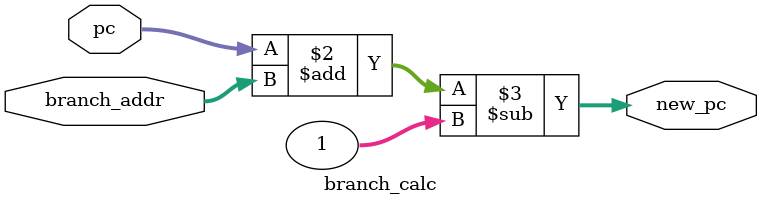
<source format=v>
`timescale 1ns / 1ps
module branch_calc(
    input [31:0] pc,         // 32-bit Program Counter input
    input [31:0] branch_addr,// 32-bit Branch Address input
    output reg [31:0] new_pc     // 32-bit output for new PC value
);

    always @(*)begin
    new_pc <= pc + branch_addr -1;
end
endmodule


</source>
